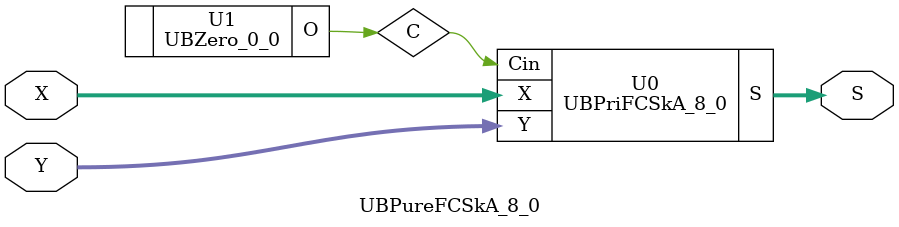
<source format=v>
/*----------------------------------------------------------------------------
  Copyright (c) 2021 Homma laboratory. All rights reserved.

  Top module: UBFCSkA_8_0_8_0

  Operand-1 length: 9
  Operand-2 length: 9
  Two-operand addition algorithm: Carry-skip adder (fixed-block-size)
----------------------------------------------------------------------------*/

module UBHA_0(C, S, X, Y);
  output C;
  output S;
  input X;
  input Y;
  assign C = X & Y;
  assign S = X ^ Y;
endmodule

module UBPFA_0(Co, S, P, X, Y, Ci);
  output Co;
  output P;
  output S;
  input Ci;
  input X;
  input Y;
  wire C_0;
  wire C_1;
  wire S_0;
  assign Co = C_0 | C_1;
  assign P = S_0;
  UBHA_0 U0 (C_0, S_0, X, Y);
  UBHA_0 U1 (C_1, S, S_0, Ci);
endmodule

module UBHA_1(C, S, X, Y);
  output C;
  output S;
  input X;
  input Y;
  assign C = X & Y;
  assign S = X ^ Y;
endmodule

module UBPFA_1(Co, S, P, X, Y, Ci);
  output Co;
  output P;
  output S;
  input Ci;
  input X;
  input Y;
  wire C_0;
  wire C_1;
  wire S_0;
  assign Co = C_0 | C_1;
  assign P = S_0;
  UBHA_1 U0 (C_0, S_0, X, Y);
  UBHA_1 U1 (C_1, S, S_0, Ci);
endmodule

module UBCSkB_1_0(Co, S, X, Y, Ci);
  output Co;
  output [1:0] S;
  input Ci;
  input [1:0] X;
  input [1:0] Y;
  wire C1;
  wire C2;
  wire P0;
  wire P1;
  wire Sk;
  assign Sk = ( P0 & P1 ) & Ci;
  assign Co = C2 | Sk;
  UBPFA_0 U0 (C1, S[0], P0, X[0], Y[0], Ci);
  UBPFA_1 U1 (C2, S[1], P1, X[1], Y[1], C1);
endmodule

module UBHA_2(C, S, X, Y);
  output C;
  output S;
  input X;
  input Y;
  assign C = X & Y;
  assign S = X ^ Y;
endmodule

module UBPFA_2(Co, S, P, X, Y, Ci);
  output Co;
  output P;
  output S;
  input Ci;
  input X;
  input Y;
  wire C_0;
  wire C_1;
  wire S_0;
  assign Co = C_0 | C_1;
  assign P = S_0;
  UBHA_2 U0 (C_0, S_0, X, Y);
  UBHA_2 U1 (C_1, S, S_0, Ci);
endmodule

module UBHA_3(C, S, X, Y);
  output C;
  output S;
  input X;
  input Y;
  assign C = X & Y;
  assign S = X ^ Y;
endmodule

module UBPFA_3(Co, S, P, X, Y, Ci);
  output Co;
  output P;
  output S;
  input Ci;
  input X;
  input Y;
  wire C_0;
  wire C_1;
  wire S_0;
  assign Co = C_0 | C_1;
  assign P = S_0;
  UBHA_3 U0 (C_0, S_0, X, Y);
  UBHA_3 U1 (C_1, S, S_0, Ci);
endmodule

module UBCSkB_3_2(Co, S, X, Y, Ci);
  output Co;
  output [3:2] S;
  input Ci;
  input [3:2] X;
  input [3:2] Y;
  wire C3;
  wire C4;
  wire P2;
  wire P3;
  wire Sk;
  assign Sk = ( P2 & P3 ) & Ci;
  assign Co = C4 | Sk;
  UBPFA_2 U0 (C3, S[2], P2, X[2], Y[2], Ci);
  UBPFA_3 U1 (C4, S[3], P3, X[3], Y[3], C3);
endmodule

module UBHA_4(C, S, X, Y);
  output C;
  output S;
  input X;
  input Y;
  assign C = X & Y;
  assign S = X ^ Y;
endmodule

module UBPFA_4(Co, S, P, X, Y, Ci);
  output Co;
  output P;
  output S;
  input Ci;
  input X;
  input Y;
  wire C_0;
  wire C_1;
  wire S_0;
  assign Co = C_0 | C_1;
  assign P = S_0;
  UBHA_4 U0 (C_0, S_0, X, Y);
  UBHA_4 U1 (C_1, S, S_0, Ci);
endmodule

module UBHA_5(C, S, X, Y);
  output C;
  output S;
  input X;
  input Y;
  assign C = X & Y;
  assign S = X ^ Y;
endmodule

module UBPFA_5(Co, S, P, X, Y, Ci);
  output Co;
  output P;
  output S;
  input Ci;
  input X;
  input Y;
  wire C_0;
  wire C_1;
  wire S_0;
  assign Co = C_0 | C_1;
  assign P = S_0;
  UBHA_5 U0 (C_0, S_0, X, Y);
  UBHA_5 U1 (C_1, S, S_0, Ci);
endmodule

module UBCSkB_5_4(Co, S, X, Y, Ci);
  output Co;
  output [5:4] S;
  input Ci;
  input [5:4] X;
  input [5:4] Y;
  wire C5;
  wire C6;
  wire P4;
  wire P5;
  wire Sk;
  assign Sk = ( P4 & P5 ) & Ci;
  assign Co = C6 | Sk;
  UBPFA_4 U0 (C5, S[4], P4, X[4], Y[4], Ci);
  UBPFA_5 U1 (C6, S[5], P5, X[5], Y[5], C5);
endmodule

module UBHA_6(C, S, X, Y);
  output C;
  output S;
  input X;
  input Y;
  assign C = X & Y;
  assign S = X ^ Y;
endmodule

module UBPFA_6(Co, S, P, X, Y, Ci);
  output Co;
  output P;
  output S;
  input Ci;
  input X;
  input Y;
  wire C_0;
  wire C_1;
  wire S_0;
  assign Co = C_0 | C_1;
  assign P = S_0;
  UBHA_6 U0 (C_0, S_0, X, Y);
  UBHA_6 U1 (C_1, S, S_0, Ci);
endmodule

module UBHA_7(C, S, X, Y);
  output C;
  output S;
  input X;
  input Y;
  assign C = X & Y;
  assign S = X ^ Y;
endmodule

module UBPFA_7(Co, S, P, X, Y, Ci);
  output Co;
  output P;
  output S;
  input Ci;
  input X;
  input Y;
  wire C_0;
  wire C_1;
  wire S_0;
  assign Co = C_0 | C_1;
  assign P = S_0;
  UBHA_7 U0 (C_0, S_0, X, Y);
  UBHA_7 U1 (C_1, S, S_0, Ci);
endmodule

module UBCSkB_7_6(Co, S, X, Y, Ci);
  output Co;
  output [7:6] S;
  input Ci;
  input [7:6] X;
  input [7:6] Y;
  wire C7;
  wire C8;
  wire P6;
  wire P7;
  wire Sk;
  assign Sk = ( P6 & P7 ) & Ci;
  assign Co = C8 | Sk;
  UBPFA_6 U0 (C7, S[6], P6, X[6], Y[6], Ci);
  UBPFA_7 U1 (C8, S[7], P7, X[7], Y[7], C7);
endmodule

module UBHA_8(C, S, X, Y);
  output C;
  output S;
  input X;
  input Y;
  assign C = X & Y;
  assign S = X ^ Y;
endmodule

module UBPFA_8(Co, S, P, X, Y, Ci);
  output Co;
  output P;
  output S;
  input Ci;
  input X;
  input Y;
  wire C_0;
  wire C_1;
  wire S_0;
  assign Co = C_0 | C_1;
  assign P = S_0;
  UBHA_8 U0 (C_0, S_0, X, Y);
  UBHA_8 U1 (C_1, S, S_0, Ci);
endmodule

module UBCSkB_8_8(Co, S, X, Y, Ci);
  output Co;
  output [8:8] S;
  input Ci;
  input [8:8] X;
  input [8:8] Y;
  wire C9;
  wire P8;
  wire Sk;
  assign Sk = P8 & Ci;
  assign Co = C9 | Sk;
  UBPFA_8 U0 (C9, S[8], P8, X[8], Y[8], Ci);
endmodule

module UBPriFCSkA_8_0(S, X, Y, Cin);
  output [9:0] S;
  input Cin;
  input [8:0] X;
  input [8:0] Y;
  wire C2;
  wire C4;
  wire C6;
  wire C8;
  UBCSkB_1_0 U0 (C2, S[1:0], X[1:0], Y[1:0], Cin);
  UBCSkB_3_2 U1 (C4, S[3:2], X[3:2], Y[3:2], C2);
  UBCSkB_5_4 U2 (C6, S[5:4], X[5:4], Y[5:4], C4);
  UBCSkB_7_6 U3 (C8, S[7:6], X[7:6], Y[7:6], C6);
  UBCSkB_8_8 U4 (S[9], S[8], X[8], Y[8], C8);
endmodule

module UBZero_0_0(O);
  output [0:0] O;
  assign O[0] = 0;
endmodule

module UBFCSkA_8_0_8_0 (S, X, Y);
  output [9:0] S;
  input [8:0] X;
  input [8:0] Y;
  UBPureFCSkA_8_0 U0 (S[9:0], X[8:0], Y[8:0]);
endmodule

module UBPureFCSkA_8_0 (S, X, Y);
  output [9:0] S;
  input [8:0] X;
  input [8:0] Y;
  wire C;
  UBPriFCSkA_8_0 U0 (S, X, Y, C);
  UBZero_0_0 U1 (C);
endmodule


</source>
